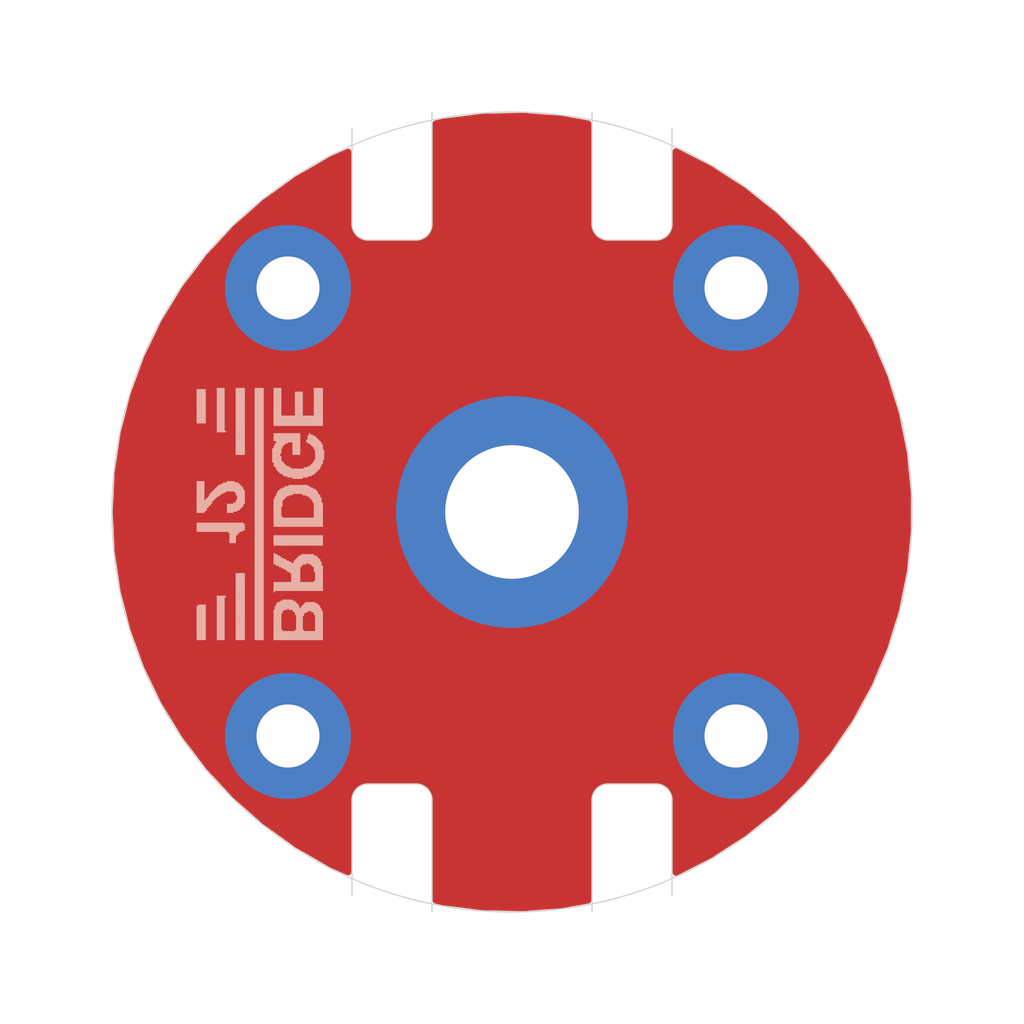
<source format=kicad_pcb>
(kicad_pcb (version 20171130) (host pcbnew "(5.1.9)-1")
  (title_block (title "Open PCB LGR") (date 2022-07-15) (rev 1.0) (company "Bridge12 Technologies, Inc.") (comment 1 "X-Band Loop Gap Resonator - BOTTOM") (comment 4 "Timothy Keller"))
  (layers (0 F.Cu signal) (31 B.Cu signal) (34 B.Paste user) (35 F.Paste user) (36 B.SilkS user) (37 F.SilkS user) (38 B.Mask user) (39 F.Mask user) (44 Edge.Cuts user))
  (net 0 "")
  (net 1 GND)
  (module B12T_Open_PCB_LGR:b12t-logo-lowres (layer B.Cu) (at 90 100 90)
    (fp_text reference LOGO hide)
    (fp_text value Val** hide)
  )
  (module MountingHole:MountingHole_2.5mm_Pad (layer F.Cu) (at 108.89 108.89)
    (fp_text reference H2 hide)
    (fp_text value MountingHole_Pad)
    (pad 1 thru_hole circle (at 0 0) (size 5 5) (drill 2.5) (layers *.Cu *.Mask) (net 1 GND))
  )
  (module MountingHole:MountingHole_2.5mm_Pad (layer F.Cu) (at 108.89 91.11)
    (fp_text reference H3 hide)
    (fp_text value MountingHole_Pad)
    (pad 1 thru_hole circle (at 0 0) (size 5 5) (drill 2.5) (layers *.Cu *.Mask) (net 1 GND))
  )
  (module MountingHole:MountingHole_2.5mm_Pad (layer F.Cu) (at 91.11 108.89)
    (fp_text reference H4 hide)
    (fp_text value MountingHole_Pad)
    (pad 1 thru_hole circle (at 0 0) (size 5 5) (drill 2.5) (layers *.Cu *.Mask) (net 1 GND))
  )
  (module MountingHole:MountingHole_2.5mm_Pad (layer F.Cu) (at 91.11 91.11)
    (fp_text reference H5 hide)
    (fp_text value MountingHole_Pad)
    (pad 1 thru_hole circle (at 0 0) (size 5 5) (drill 2.5) (layers *.Cu *.Mask) (net 1 GND))
  )
  (module MountingHole:MountingHole_5.3mm_M5_DIN965_Pad (layer F.Cu) (at 100 100)
    (fp_text reference H1 hide)
    (fp_text value SampleHole)
    (pad 1 thru_hole circle (at 0 0) (size 9.2 9.2) (drill 5.3) (layers *.Cu *.Mask) (net 1 GND))
  )
  (gr_line (start 103.175 115.875) (end 103.175 111.43) (layer Edge.Cuts) (width 0.05))
  (gr_line (start 106.35 111.43) (end 106.35 115.24) (layer Edge.Cuts) (width 0.05))
  (gr_arc (start 103.81 111.43) (end 103.175 111.43) (angle 90) (layer Edge.Cuts) (width 0.05))
  (gr_line (start 103.81 110.795) (end 105.715 110.795) (layer Edge.Cuts) (width 0.05))
  (gr_arc (start 105.715 111.43) (end 105.715 110.795) (angle 90) (layer Edge.Cuts) (width 0.05))
  (gr_line (start 93.65 115.24) (end 93.65 111.43) (layer Edge.Cuts) (width 0.05))
  (gr_line (start 96.825 111.43) (end 96.825 115.875) (layer Edge.Cuts) (width 0.05))
  (gr_arc (start 94.285 111.43) (end 93.65 111.43) (angle 90) (layer Edge.Cuts) (width 0.05))
  (gr_line (start 94.285 110.795) (end 96.19 110.795) (layer Edge.Cuts) (width 0.05))
  (gr_arc (start 96.19 111.43) (end 96.19 110.795) (angle 90) (layer Edge.Cuts) (width 0.05))
  (gr_line (start 103.175 84.125) (end 103.175 88.57) (layer Edge.Cuts) (width 0.05))
  (gr_line (start 106.35 88.57) (end 106.35 84.76) (layer Edge.Cuts) (width 0.05))
  (gr_arc (start 103.81 88.57) (end 103.175 88.57) (angle -90) (layer Edge.Cuts) (width 0.05))
  (gr_line (start 103.81 89.205) (end 105.715 89.205) (layer Edge.Cuts) (width 0.05))
  (gr_arc (start 105.715 88.57) (end 105.715 89.205) (angle -90) (layer Edge.Cuts) (width 0.05))
  (gr_arc (start 96.19 88.57) (end 96.19 89.205) (angle -90) (layer Edge.Cuts) (width 0.05))
  (gr_arc (start 94.285 88.57) (end 93.65 88.57) (angle -90) (layer Edge.Cuts) (width 0.05))
  (gr_line (start 96.825 88.57) (end 96.825 84.125) (layer Edge.Cuts) (width 0.05))
  (gr_line (start 94.285 89.205) (end 96.19 89.205) (layer Edge.Cuts) (width 0.05))
  (gr_line (start 93.65 84.76) (end 93.65 88.57) (layer Edge.Cuts) (width 0.05))
  (gr_circle (center 100 100) (end 115.875 100) (layer Edge.Cuts) (width 0.05))
  (zone (net 1) (net_name GND) (layer F.Cu) (connect_pads yes (clearance 0)) (min_thickness 0.254) (fill yes (arc_segments 32) (thermal_gap 0.508) (thermal_bridge_width 0.508))
    (polygon (pts (xy 119.05 119.05) (xy 80.95 119.05) (xy 80.95 80.95) (xy 119.05 80.95)))
  )
)
</source>
